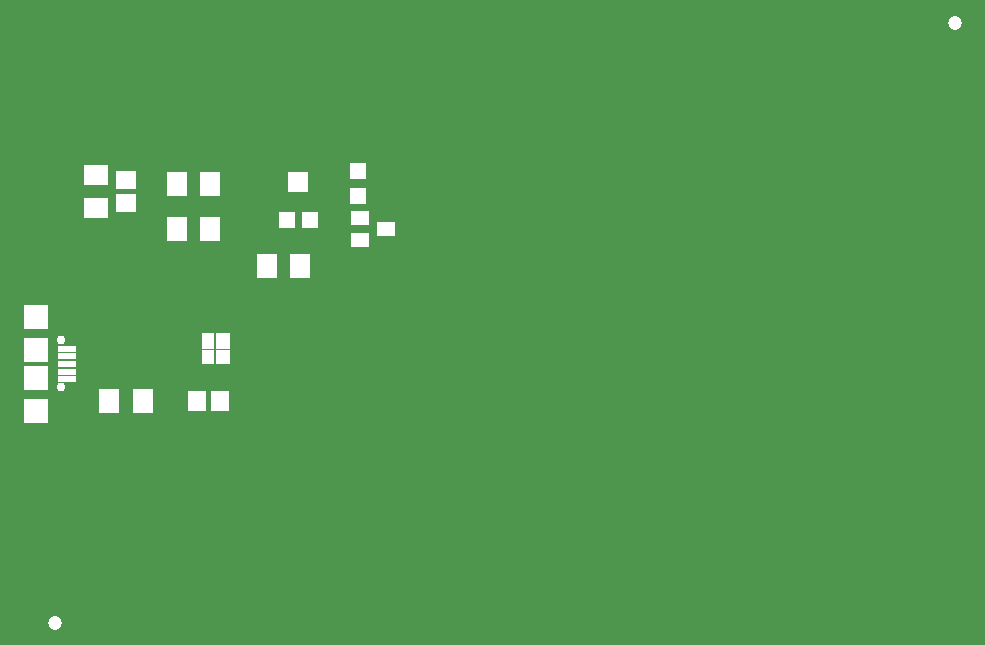
<source format=gts>
G04 EAGLE Gerber RS-274X export*
G75*
%MOMM*%
%FSLAX34Y34*%
%LPD*%
%INSoldermask Top*%
%IPNEG*%
%AMOC8*
5,1,8,0,0,1.08239X$1,22.5*%
G01*
%ADD10C,1.203200*%
%ADD11R,1.053200X1.153200*%
%ADD12R,1.053200X1.353200*%
%ADD13R,1.173200X1.353200*%
%ADD14R,1.173200X1.153200*%
%ADD15R,1.503200X1.703200*%
%ADD16R,1.803200X2.003200*%
%ADD17R,1.403200X1.403200*%
%ADD18R,1.803200X1.703200*%
%ADD19R,1.603200X1.203200*%
%ADD20R,1.703200X1.503200*%
%ADD21R,1.549400X0.584200*%
%ADD22R,2.103200X2.103200*%
%ADD23C,0.753200*%
%ADD24R,1.803200X2.006200*%
%ADD25R,2.006200X1.803200*%


D10*
X35000Y35000D03*
X797000Y543000D03*
D11*
X165150Y259450D03*
D12*
X165150Y272950D03*
D13*
X177150Y272950D03*
D14*
X177150Y259450D03*
D15*
X155600Y222250D03*
X174600Y222250D03*
D16*
X214600Y336550D03*
X242600Y336550D03*
D17*
X231300Y375700D03*
X251300Y375700D03*
D18*
X241300Y408200D03*
D17*
X292100Y395900D03*
X292100Y416900D03*
D19*
X315800Y368300D03*
X293800Y358800D03*
X293800Y377800D03*
D20*
X95250Y409550D03*
X95250Y390550D03*
D21*
X45800Y267000D03*
X45800Y260500D03*
X45800Y254000D03*
X45800Y247500D03*
X45800Y241000D03*
D22*
X19050Y293500D03*
X19050Y266000D03*
X19050Y242000D03*
X19050Y214500D03*
D23*
X40550Y274000D03*
X40550Y234000D03*
D24*
X138180Y368300D03*
X166620Y368300D03*
X166620Y406400D03*
X138180Y406400D03*
D25*
X69850Y385830D03*
X69850Y414270D03*
D24*
X109470Y222250D03*
X81030Y222250D03*
M02*

</source>
